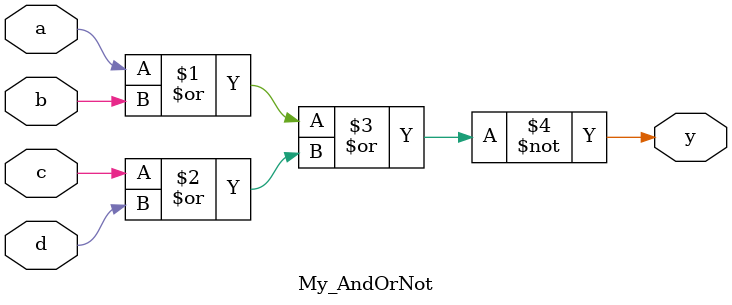
<source format=v>
`timescale 1ns / 1ps
module My_AndOrNot(
		input a,
		input b,
		input c,
		input d,
		output y
    );
	 assign y = ~((a|b)|(c|d));
endmodule

</source>
